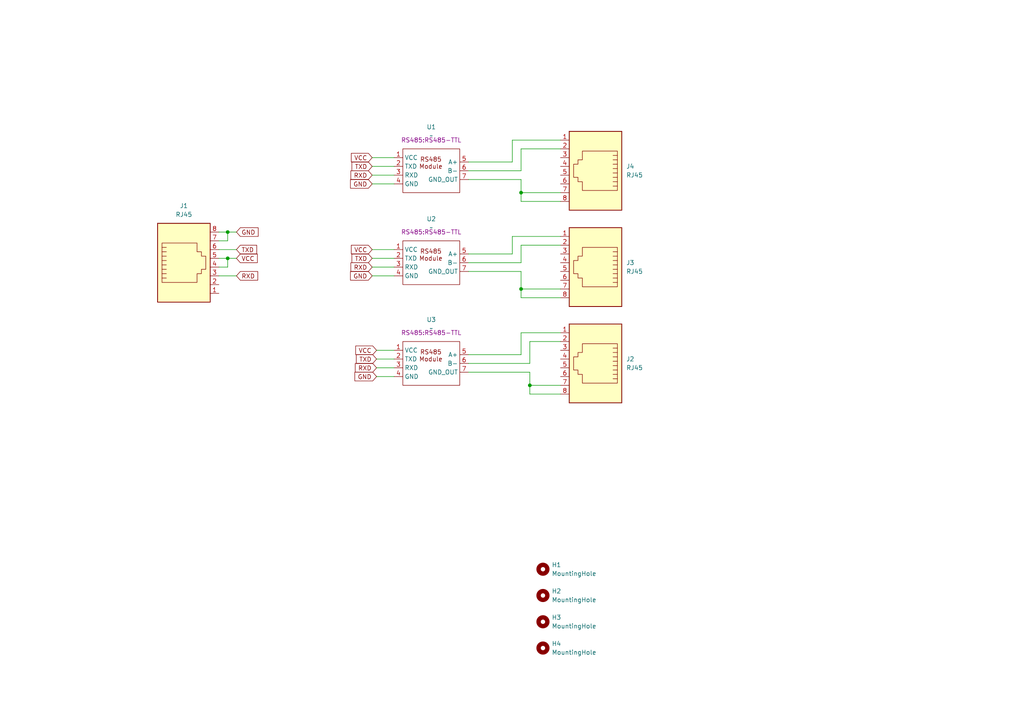
<source format=kicad_sch>
(kicad_sch (version 20231120) (generator "eeschema") (generator_version "8.0")
  (paper "A4")
  (lib_symbols
    (symbol "Connector:RJ45" (pin_names (offset 1.016))
      (property "Reference" "J" (at -5.08 13.97 0))
      (property "Value" "RJ45" (at 2.54 13.97 0))
      (symbol "RJ45_0_1"
        (polyline (pts (xy -5.08 4.445) (xy -6.35 4.445)))
        (polyline (pts (xy -5.08 5.715) (xy -6.35 5.715)))
        (polyline (pts (xy -6.35 -3.175) (xy -5.08 -3.175) (xy -5.08 -3.175)))
        (polyline (pts (xy -6.35 -1.905) (xy -5.08 -1.905) (xy -5.08 -1.905)))
        (polyline (pts (xy -6.35 -0.635) (xy -5.08 -0.635) (xy -5.08 -0.635)))
        (polyline (pts (xy -6.35 0.635) (xy -5.08 0.635) (xy -5.08 0.635)))
        (polyline (pts (xy -6.35 1.905) (xy -5.08 1.905) (xy -5.08 1.905)))
        (polyline (pts (xy -5.08 3.175) (xy -6.35 3.175) (xy -6.35 3.175)))
        (polyline (pts (xy -6.35 -4.445) (xy -6.35 6.985) (xy 3.81 6.985) (xy 3.81 4.445) (xy 5.08 4.445) (xy 5.08 3.175) (xy 6.35 3.175) (xy 6.35 -0.635) (xy 5.08 -0.635) (xy 5.08 -1.905) (xy 3.81 -1.905) (xy 3.81 -4.445) (xy -6.35 -4.445) (xy -6.35 -4.445)))
        (rectangle (start 7.62 12.7) (end -7.62 -10.16) (stroke (width 0.254)) (fill (type background)))
      )
      (symbol "RJ45_1_1"
        (pin passive line (at 10.16 -7.62 180) (length 2.54) (name "~") (number "1"))
        (pin passive line (at 10.16 -5.08 180) (length 2.54) (name "~") (number "2"))
        (pin passive line (at 10.16 -2.54 180) (length 2.54) (name "~") (number "3"))
        (pin passive line (at 10.16 0 180) (length 2.54) (name "~") (number "4"))
        (pin passive line (at 10.16 2.54 180) (length 2.54) (name "~") (number "5"))
        (pin passive line (at 10.16 5.08 180) (length 2.54) (name "~") (number "6"))
        (pin passive line (at 10.16 7.62 180) (length 2.54) (name "~") (number "7"))
        (pin passive line (at 10.16 10.16 180) (length 2.54) (name "~") (number "8"))
      )
    )
    (symbol "Mechanical:MountingHole" (pin_names (offset 1.016)) (exclude_from_sim yes) (in_bom no)
      (property "Reference" "H" (at 0 5.08 0))
      (property "Value" "MountingHole" (at 0 3.175 0))
      (symbol "MountingHole_0_1"
        (circle (center 0 0) (radius 1.27) (stroke (width 1.27)))
      )
    )
    (symbol "RS485-module:RS485-module"
      (property "Reference" "U" (at 0 -7.62 0))
      (property "Footprint" "RS485:RS485-TTL" (at 0.762 8.382 0))
      (symbol "RS485-module_0_1"
        (rectangle (start -7.62 6.35) (end 8.89 -6.35))
      )
      (symbol "RS485-module_1_1"
        (text "RS485\nModule" (at 0.508 2.286 0) (effects (font (size 1.27 1.27))))
        (pin input line (at -10.16 3.81 0) (length 2.54) (name "VCC") (number "1"))
        (pin input line (at -10.16 1.27 0) (length 2.54) (name "TXD") (number "2"))
        (pin input line (at -10.16 -1.27 0) (length 2.54) (name "RXD") (number "3"))
        (pin input line (at -10.16 -3.81 0) (length 2.54) (name "GND") (number "4"))
        (pin output line (at 11.43 2.54 180) (length 2.54) (name "A+") (number "5"))
        (pin output line (at 11.43 0 180) (length 2.54) (name "B-") (number "6"))
        (pin output line (at 11.43 -2.54 180) (length 2.54) (name "GND_OUT") (number "7"))
      )
    )
  )
  (junction (at 151.13 83.82))
  (junction (at 66.04 74.93))
  (junction (at 151.13 55.88))
  (junction (at 66.04 67.31))
  (junction (at 153.67 111.76))
  (wire (pts (xy 135.89 78.74) (xy 151.13 78.74)))
  (wire (pts (xy 151.13 102.87) (xy 151.13 96.52)))
  (wire (pts (xy 107.95 72.39) (xy 114.3 72.39)))
  (wire (pts (xy 153.67 99.06) (xy 162.56 99.06)))
  (wire (pts (xy 151.13 71.12) (xy 162.56 71.12)))
  (wire (pts (xy 107.95 50.8) (xy 114.3 50.8)))
  (wire (pts (xy 135.89 102.87) (xy 151.13 102.87)))
  (wire (pts (xy 151.13 58.42) (xy 162.56 58.42)))
  (wire (pts (xy 109.22 106.68) (xy 114.3 106.68)))
  (wire (pts (xy 148.59 73.66) (xy 148.59 68.58)))
  (wire (pts (xy 151.13 55.88) (xy 162.56 55.88)))
  (wire (pts (xy 135.89 52.07) (xy 151.13 52.07)))
  (wire (pts (xy 153.67 107.95) (xy 153.67 111.76)))
  (wire (pts (xy 109.22 109.22) (xy 114.3 109.22)))
  (wire (pts (xy 109.22 104.14) (xy 114.3 104.14)))
  (wire (pts (xy 153.67 114.3) (xy 162.56 114.3)))
  (wire (pts (xy 107.95 53.34) (xy 114.3 53.34)))
  (wire (pts (xy 153.67 111.76) (xy 153.67 114.3)))
  (wire (pts (xy 135.89 105.41) (xy 153.67 105.41)))
  (wire (pts (xy 63.5 67.31) (xy 66.04 67.31)))
  (wire (pts (xy 66.04 67.31) (xy 66.04 69.85)))
  (wire (pts (xy 109.22 101.6) (xy 114.3 101.6)))
  (wire (pts (xy 151.13 78.74) (xy 151.13 83.82)))
  (wire (pts (xy 135.89 73.66) (xy 148.59 73.66)))
  (wire (pts (xy 63.5 77.47) (xy 66.04 77.47)))
  (wire (pts (xy 66.04 74.93) (xy 66.04 77.47)))
  (wire (pts (xy 162.56 86.36) (xy 151.13 86.36)))
  (wire (pts (xy 151.13 76.2) (xy 151.13 71.12)))
  (wire (pts (xy 66.04 67.31) (xy 68.58 67.31)))
  (wire (pts (xy 151.13 43.18) (xy 162.56 43.18)))
  (wire (pts (xy 63.5 72.39) (xy 68.58 72.39)))
  (wire (pts (xy 151.13 55.88) (xy 151.13 58.42)))
  (wire (pts (xy 153.67 105.41) (xy 153.67 99.06)))
  (wire (pts (xy 148.59 40.64) (xy 162.56 40.64)))
  (wire (pts (xy 151.13 86.36) (xy 151.13 83.82)))
  (wire (pts (xy 135.89 76.2) (xy 151.13 76.2)))
  (wire (pts (xy 148.59 68.58) (xy 162.56 68.58)))
  (wire (pts (xy 148.59 46.99) (xy 148.59 40.64)))
  (wire (pts (xy 107.95 48.26) (xy 114.3 48.26)))
  (wire (pts (xy 151.13 49.53) (xy 151.13 43.18)))
  (wire (pts (xy 135.89 49.53) (xy 151.13 49.53)))
  (wire (pts (xy 151.13 96.52) (xy 162.56 96.52)))
  (wire (pts (xy 63.5 80.01) (xy 68.58 80.01)))
  (wire (pts (xy 107.95 45.72) (xy 114.3 45.72)))
  (wire (pts (xy 153.67 111.76) (xy 162.56 111.76)))
  (wire (pts (xy 135.89 46.99) (xy 148.59 46.99)))
  (wire (pts (xy 107.95 77.47) (xy 114.3 77.47)))
  (wire (pts (xy 107.95 74.93) (xy 114.3 74.93)))
  (wire (pts (xy 135.89 107.95) (xy 153.67 107.95)))
  (wire (pts (xy 63.5 69.85) (xy 66.04 69.85)))
  (wire (pts (xy 107.95 80.01) (xy 114.3 80.01)))
  (wire (pts (xy 66.04 74.93) (xy 68.58 74.93)))
  (wire (pts (xy 151.13 52.07) (xy 151.13 55.88)))
  (wire (pts (xy 151.13 83.82) (xy 162.56 83.82)))
  (wire (pts (xy 63.5 74.93) (xy 66.04 74.93)))
  (global_label "TXD" (shape input) (at 68.58 72.39 0) (property "Intersheetrefs" "${INTERSHEET_REFS}" (effects (hide yes))))
  (global_label "VCC" (shape input) (at 107.95 45.72 180) (property "Intersheetrefs" "${INTERSHEET_REFS}" (effects (hide yes))))
  (global_label "RXD" (shape input) (at 109.22 106.68 180) (property "Intersheetrefs" "${INTERSHEET_REFS}" (effects (hide yes))))
  (global_label "GND" (shape input) (at 68.58 67.31 0) (property "Intersheetrefs" "${INTERSHEET_REFS}" (effects (hide yes))))
  (global_label "GND" (shape input) (at 107.95 80.01 180) (property "Intersheetrefs" "${INTERSHEET_REFS}" (effects (hide yes))))
  (global_label "RXD" (shape input) (at 107.95 50.8 180) (property "Intersheetrefs" "${INTERSHEET_REFS}" (effects (hide yes))))
  (global_label "TXD" (shape input) (at 109.22 104.14 180) (property "Intersheetrefs" "${INTERSHEET_REFS}" (effects (hide yes))))
  (global_label "RXD" (shape input) (at 107.95 77.47 180) (property "Intersheetrefs" "${INTERSHEET_REFS}" (effects (hide yes))))
  (global_label "TXD" (shape input) (at 107.95 74.93 180) (property "Intersheetrefs" "${INTERSHEET_REFS}" (effects (hide yes))))
  (global_label "VCC" (shape input) (at 109.22 101.6 180) (property "Intersheetrefs" "${INTERSHEET_REFS}" (effects (hide yes))))
  (global_label "GND" (shape input) (at 109.22 109.22 180) (property "Intersheetrefs" "${INTERSHEET_REFS}" (effects (hide yes))))
  (global_label "VCC" (shape input) (at 107.95 72.39 180) (property "Intersheetrefs" "${INTERSHEET_REFS}" (effects (hide yes))))
  (global_label "GND" (shape input) (at 107.95 53.34 180) (property "Intersheetrefs" "${INTERSHEET_REFS}" (effects (hide yes))))
  (global_label "TXD" (shape input) (at 107.95 48.26 180) (property "Intersheetrefs" "${INTERSHEET_REFS}" (effects (hide yes))))
  (global_label "VCC" (shape input) (at 68.58 74.93 0) (property "Intersheetrefs" "${INTERSHEET_REFS}" (effects (hide yes))))
  (global_label "RXD" (shape input) (at 68.58 80.01 0) (property "Intersheetrefs" "${INTERSHEET_REFS}" (effects (hide yes))))
  (symbol (lib_id "Mechanical:MountingHole") (at 157.48 172.72 0) (unit 1) (exclude_from_sim yes) (in_bom no)
    (property "Reference" "H2" (at 160.02 171.4499 0) (effects (justify left)))
    (property "Value" "MountingHole" (at 160.02 173.9899 0) (effects (justify left)))
    (property "Footprint" "MountingHole:MountingHole_3.2mm_M3" (effects (hide yes)))
    (property "Description" "Mounting Hole without connection" (effects (hide yes)))
  )
  (symbol (lib_id "Connector:RJ45") (at 172.72 104.14 180) (unit 1)
    (property "Reference" "J2" (at 181.61 104.1399 0) (effects (justify right)))
    (property "Value" "RJ45" (at 181.61 106.6799 0) (effects (justify right)))
    (property "Footprint" "RJ45:RJ45_Amphenol_54602-x08_Horizontal" (effects (hide yes)))
    (property "Description" "RJ connector, 8P8C (8 positions 8 connected)" (effects (hide yes)))
  )
  (symbol (lib_id "RS485-module:RS485-module") (at 124.46 76.2 0) (unit 1)
    (property "Reference" "U2" (at 125.095 63.5 0))
    (property "Value" "~" (at 125.095 66.04 0))
    (property "Footprint" "RS485:RS485-TTL" (at 125.095 67.31 0))
  )
  (symbol (lib_id "RS485-module:RS485-module") (at 124.46 105.41 0) (unit 1)
    (property "Reference" "U3" (at 125.095 92.71 0))
    (property "Value" "~" (at 125.095 95.25 0))
    (property "Footprint" "RS485:RS485-TTL" (at 125.095 96.52 0))
  )
  (symbol (lib_id "Connector:RJ45") (at 53.34 77.47 0) (unit 1)
    (property "Reference" "J1" (at 53.34 59.69 0))
    (property "Value" "RJ45" (at 53.34 62.23 0))
    (property "Footprint" "RJ45:RJ45_Amphenol_54602-x08_Horizontal" (effects (hide yes)))
    (property "Description" "RJ connector, 8P8C (8 positions 8 connected)" (effects (hide yes)))
  )
  (symbol (lib_id "Connector:RJ45") (at 172.72 76.2 180) (unit 1)
    (property "Reference" "J3" (at 181.61 76.1999 0) (effects (justify right)))
    (property "Value" "RJ45" (at 181.61 78.7399 0) (effects (justify right)))
    (property "Footprint" "RJ45:RJ45_Amphenol_54602-x08_Horizontal" (effects (hide yes)))
    (property "Description" "RJ connector, 8P8C (8 positions 8 connected)" (effects (hide yes)))
  )
  (symbol (lib_id "RS485-module:RS485-module") (at 124.46 49.53 0) (unit 1)
    (property "Reference" "U1" (at 125.095 36.83 0))
    (property "Value" "~" (at 125.095 39.37 0))
    (property "Footprint" "RS485:RS485-TTL" (at 125.095 40.64 0))
  )
  (symbol (lib_id "Connector:RJ45") (at 172.72 48.26 180) (unit 1)
    (property "Reference" "J4" (at 181.61 48.2599 0) (effects (justify right)))
    (property "Value" "RJ45" (at 181.61 50.7999 0) (effects (justify right)))
    (property "Footprint" "RJ45:RJ45_Amphenol_54602-x08_Horizontal" (effects (hide yes)))
    (property "Description" "RJ connector, 8P8C (8 positions 8 connected)" (effects (hide yes)))
  )
  (symbol (lib_id "Mechanical:MountingHole") (at 157.48 187.96 0) (unit 1) (exclude_from_sim yes) (in_bom no)
    (property "Reference" "H4" (at 160.02 186.6899 0) (effects (justify left)))
    (property "Value" "MountingHole" (at 160.02 189.2299 0) (effects (justify left)))
    (property "Footprint" "MountingHole:MountingHole_3.2mm_M3" (effects (hide yes)))
    (property "Description" "Mounting Hole without connection" (effects (hide yes)))
  )
  (symbol (lib_id "Mechanical:MountingHole") (at 157.48 165.1 0) (unit 1) (exclude_from_sim yes) (in_bom no)
    (property "Reference" "H1" (at 160.02 163.8299 0) (effects (justify left)))
    (property "Value" "MountingHole" (at 160.02 166.3699 0) (effects (justify left)))
    (property "Footprint" "MountingHole:MountingHole_3.2mm_M3" (effects (hide yes)))
    (property "Description" "Mounting Hole without connection" (effects (hide yes)))
  )
  (symbol (lib_id "Mechanical:MountingHole") (at 157.48 180.34 0) (unit 1) (exclude_from_sim yes) (in_bom no)
    (property "Reference" "H3" (at 160.02 179.0699 0) (effects (justify left)))
    (property "Value" "MountingHole" (at 160.02 181.6099 0) (effects (justify left)))
    (property "Footprint" "MountingHole:MountingHole_3.2mm_M3" (effects (hide yes)))
    (property "Description" "Mounting Hole without connection" (effects (hide yes)))
  )
)
</source>
